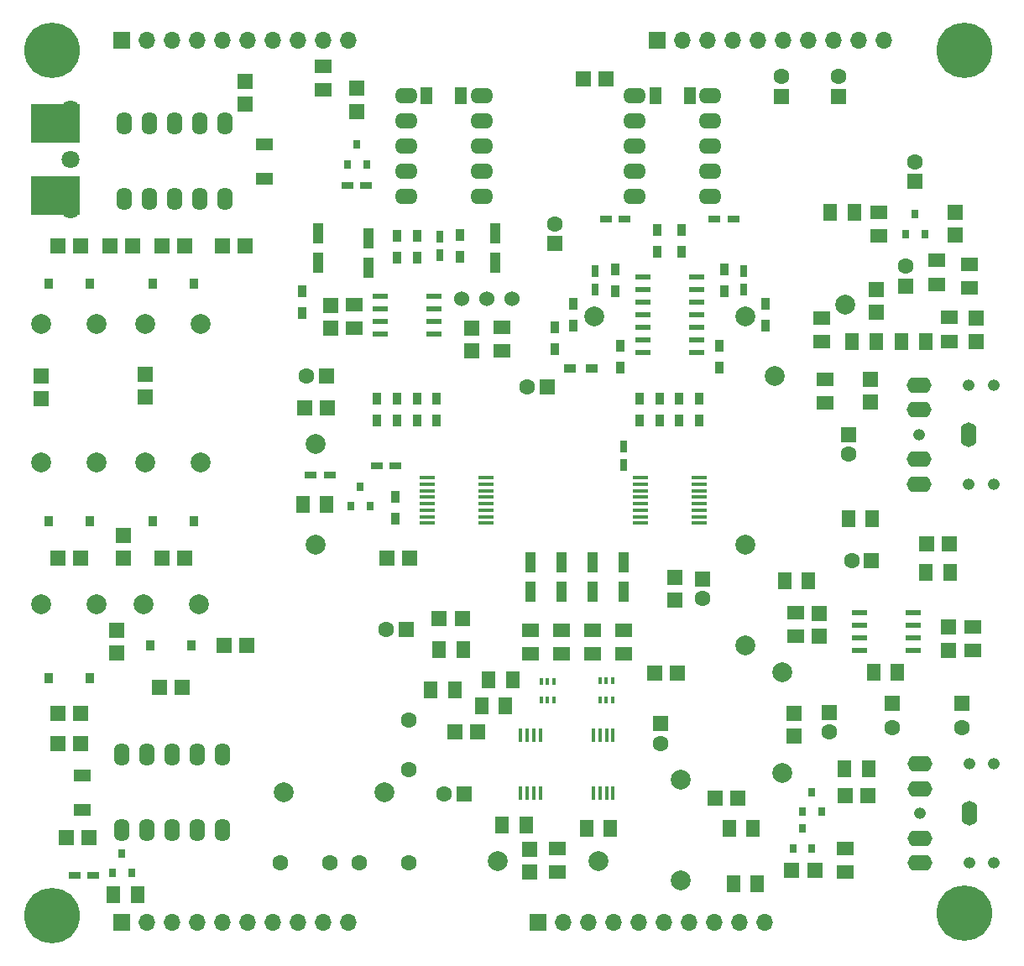
<source format=gts>
G04 #@! TF.FileFunction,Soldermask,Top*
%FSLAX46Y46*%
G04 Gerber Fmt 4.6, Leading zero omitted, Abs format (unit mm)*
G04 Created by KiCad (PCBNEW 4.0.7) date 05/14/20 07:05:34*
%MOMM*%
%LPD*%
G01*
G04 APERTURE LIST*
%ADD10C,0.100000*%
%ADD11C,1.524000*%
%ADD12R,1.700000X1.700000*%
%ADD13O,1.700000X1.700000*%
%ADD14R,1.100000X2.150000*%
%ADD15C,5.600000*%
%ADD16R,1.700000X1.400000*%
%ADD17R,1.600000X1.600000*%
%ADD18C,1.600000*%
%ADD19R,1.400000X1.700000*%
%ADD20R,1.550000X0.600000*%
%ADD21R,1.500000X0.600000*%
%ADD22O,1.600000X2.500000*%
%ADD23O,1.200000X1.200000*%
%ADD24O,2.500000X1.600000*%
%ADD25R,0.800000X0.900000*%
%ADD26C,1.998980*%
%ADD27R,1.500000X0.450000*%
%ADD28R,0.900000X1.200000*%
%ADD29R,0.750000X1.200000*%
%ADD30R,1.200000X0.750000*%
%ADD31R,1.200000X0.900000*%
%ADD32R,0.450000X1.450000*%
%ADD33R,0.400000X0.650000*%
%ADD34R,0.850000X1.000000*%
%ADD35C,1.800000*%
%ADD36R,5.000000X3.960000*%
%ADD37O,2.300000X1.600000*%
%ADD38O,1.600000X2.300000*%
%ADD39R,1.300000X1.700000*%
%ADD40R,1.700000X1.300000*%
G04 APERTURE END LIST*
D10*
D11*
X162814000Y-69088000D03*
X160274000Y-69088000D03*
X165354000Y-69088000D03*
D12*
X168000000Y-132000000D03*
D13*
X170540000Y-132000000D03*
X173080000Y-132000000D03*
X175620000Y-132000000D03*
X178160000Y-132000000D03*
X180700000Y-132000000D03*
X183240000Y-132000000D03*
X185780000Y-132000000D03*
X188320000Y-132000000D03*
X190860000Y-132000000D03*
D14*
X176630000Y-95665000D03*
X176630000Y-98615000D03*
D15*
X211000000Y-44000000D03*
X119000000Y-44000000D03*
X119000000Y-131250000D03*
X211000000Y-131000000D03*
D16*
X146300000Y-48000000D03*
X146300000Y-45600000D03*
D17*
X202100000Y-68150000D03*
X202100000Y-70450000D03*
X201500000Y-79500000D03*
X201500000Y-77200000D03*
X199300000Y-82750000D03*
D18*
X199300000Y-84750000D03*
D17*
X212200000Y-71050000D03*
X212200000Y-73350000D03*
X210050000Y-62650000D03*
X210050000Y-60350000D03*
X206050000Y-57250000D03*
D18*
X206050000Y-55250000D03*
D16*
X197000000Y-79550000D03*
X197000000Y-77150000D03*
X196600000Y-71000000D03*
X196600000Y-73400000D03*
D19*
X199700000Y-73350000D03*
X202100000Y-73350000D03*
X204700000Y-73350000D03*
X207100000Y-73350000D03*
D16*
X209500000Y-73350000D03*
X209500000Y-70950000D03*
X211500000Y-68000000D03*
X211500000Y-65600000D03*
X202400000Y-62700000D03*
X202400000Y-60300000D03*
D19*
X197500000Y-60300000D03*
X199900000Y-60300000D03*
D16*
X208200000Y-65200000D03*
X208200000Y-67600000D03*
D20*
X157480000Y-72605000D03*
X157480000Y-71335000D03*
X157480000Y-70065000D03*
X157480000Y-68795000D03*
X152080000Y-68795000D03*
X152080000Y-70065000D03*
X152080000Y-71335000D03*
X152080000Y-72605000D03*
D16*
X176630000Y-104870000D03*
X176630000Y-102470000D03*
D19*
X157200000Y-108500000D03*
X159600000Y-108500000D03*
D20*
X205850000Y-104505000D03*
X205850000Y-103235000D03*
X205850000Y-101965000D03*
X205850000Y-100695000D03*
X200450000Y-100695000D03*
X200450000Y-101965000D03*
X200450000Y-103235000D03*
X200450000Y-104505000D03*
D21*
X178575000Y-66890000D03*
X178575000Y-68160000D03*
X178575000Y-69430000D03*
X178575000Y-70700000D03*
X178575000Y-71970000D03*
X178575000Y-73240000D03*
X178575000Y-74510000D03*
X183975000Y-74510000D03*
X183975000Y-73240000D03*
X183975000Y-71970000D03*
X183975000Y-70700000D03*
X183975000Y-69430000D03*
X183975000Y-68160000D03*
X183975000Y-66890000D03*
D14*
X167240000Y-95665000D03*
X167240000Y-98615000D03*
X170370000Y-95665000D03*
X170370000Y-98615000D03*
X173500000Y-95665000D03*
X173500000Y-98615000D03*
D17*
X210750000Y-109850000D03*
D18*
X210750000Y-112350000D03*
D17*
X203750000Y-109850000D03*
D18*
X203750000Y-112350000D03*
D22*
X211500000Y-121000000D03*
D23*
X206500000Y-121000000D03*
D24*
X206500000Y-116000000D03*
X206500000Y-118500000D03*
X206500000Y-123500000D03*
X206500000Y-126000000D03*
D23*
X211500000Y-116000000D03*
X211500000Y-126000000D03*
X214000000Y-116000000D03*
X214000000Y-126000000D03*
D22*
X211450000Y-82750000D03*
D23*
X206450000Y-82750000D03*
D24*
X206450000Y-77750000D03*
X206450000Y-80250000D03*
X206450000Y-85250000D03*
X206450000Y-87750000D03*
D23*
X211450000Y-77750000D03*
X211450000Y-87750000D03*
X213950000Y-77750000D03*
X213950000Y-87750000D03*
D12*
X180000000Y-43000000D03*
D13*
X182540000Y-43000000D03*
X185080000Y-43000000D03*
X187620000Y-43000000D03*
X190160000Y-43000000D03*
X192700000Y-43000000D03*
X195240000Y-43000000D03*
X197780000Y-43000000D03*
X200320000Y-43000000D03*
X202860000Y-43000000D03*
D25*
X205100000Y-62550000D03*
X207000000Y-62550000D03*
X206050000Y-60550000D03*
D12*
X126000000Y-132000000D03*
D13*
X128540000Y-132000000D03*
X131080000Y-132000000D03*
X133620000Y-132000000D03*
X136160000Y-132000000D03*
X138700000Y-132000000D03*
X141240000Y-132000000D03*
X143780000Y-132000000D03*
X146320000Y-132000000D03*
X148860000Y-132000000D03*
D17*
X179790000Y-106850000D03*
X182090000Y-106850000D03*
D19*
X162300000Y-110100000D03*
X164700000Y-110100000D03*
D17*
X158050000Y-101350000D03*
X160350000Y-101350000D03*
D26*
X188900000Y-104001260D03*
X188900000Y-93841260D03*
D16*
X170370000Y-104870000D03*
X170370000Y-102470000D03*
X167240000Y-104870000D03*
X167240000Y-102470000D03*
X173500000Y-104870000D03*
X173500000Y-102470000D03*
D19*
X165450000Y-107500000D03*
X163050000Y-107500000D03*
X158050000Y-104450000D03*
X160450000Y-104450000D03*
D27*
X184225000Y-91683000D03*
X184225000Y-91033000D03*
X184225000Y-90383000D03*
X184225000Y-89733000D03*
X184225000Y-89083000D03*
X184225000Y-88433000D03*
X184225000Y-87783000D03*
X184225000Y-87133000D03*
X178325000Y-87133000D03*
X178325000Y-87783000D03*
X178325000Y-88433000D03*
X178325000Y-89083000D03*
X178325000Y-89733000D03*
X178325000Y-90383000D03*
X178325000Y-91033000D03*
X178325000Y-91683000D03*
X162730000Y-91683000D03*
X162730000Y-91033000D03*
X162730000Y-90383000D03*
X162730000Y-89733000D03*
X162730000Y-89083000D03*
X162730000Y-88433000D03*
X162730000Y-87783000D03*
X162730000Y-87133000D03*
X156830000Y-87133000D03*
X156830000Y-87783000D03*
X156830000Y-88433000D03*
X156830000Y-89083000D03*
X156830000Y-89733000D03*
X156830000Y-90383000D03*
X156830000Y-91033000D03*
X156830000Y-91683000D03*
D26*
X174101260Y-125750000D03*
X163941260Y-125750000D03*
D28*
X144200000Y-70500000D03*
X144200000Y-68300000D03*
X160114000Y-62654000D03*
X160114000Y-64854000D03*
X155780000Y-81300000D03*
X155780000Y-79100000D03*
X157780000Y-81300000D03*
X157780000Y-79100000D03*
X155780000Y-62700000D03*
X155780000Y-64900000D03*
D29*
X158110000Y-62790000D03*
X158110000Y-64690000D03*
D14*
X150890000Y-62955000D03*
X150890000Y-65905000D03*
D29*
X188775000Y-66250000D03*
X188775000Y-68150000D03*
X173775000Y-66250000D03*
X173775000Y-68150000D03*
D30*
X185800000Y-61000000D03*
X187700000Y-61000000D03*
X176750000Y-61000000D03*
X174850000Y-61000000D03*
D28*
X153780000Y-62700000D03*
X153780000Y-64900000D03*
X153780000Y-81300000D03*
X153780000Y-79100000D03*
X151780000Y-81300000D03*
X151780000Y-79100000D03*
X182275000Y-81300000D03*
X182275000Y-79100000D03*
X180275000Y-81300000D03*
X180275000Y-79100000D03*
X186275000Y-76000000D03*
X186275000Y-73800000D03*
X176275000Y-76000000D03*
X176275000Y-73800000D03*
X190975000Y-71800000D03*
X190975000Y-69600000D03*
X171575000Y-71800000D03*
X171575000Y-69600000D03*
X178275000Y-81300000D03*
X178275000Y-79100000D03*
X184275000Y-81300000D03*
X184275000Y-79100000D03*
X186775000Y-66100000D03*
X186775000Y-68300000D03*
X175775000Y-66100000D03*
X175775000Y-68300000D03*
X169672000Y-71925000D03*
X169672000Y-74125000D03*
D31*
X171200000Y-76100000D03*
X173400000Y-76100000D03*
D28*
X182475000Y-64300000D03*
X182475000Y-62100000D03*
X180075000Y-64300000D03*
X180075000Y-62100000D03*
D26*
X192675000Y-116901260D03*
X192675000Y-106741260D03*
X199036425Y-69663575D03*
X191852220Y-76847780D03*
X182400000Y-127751260D03*
X182400000Y-117591260D03*
D17*
X172550000Y-46900000D03*
X174850000Y-46900000D03*
D25*
X148800000Y-55500000D03*
X150700000Y-55500000D03*
X149750000Y-53500000D03*
D32*
X166275000Y-118950000D03*
X166925000Y-118950000D03*
X167575000Y-118950000D03*
X168225000Y-118950000D03*
X168225000Y-113050000D03*
X167575000Y-113050000D03*
X166925000Y-113050000D03*
X166275000Y-113050000D03*
X173625000Y-118950000D03*
X174275000Y-118950000D03*
X174925000Y-118950000D03*
X175575000Y-118950000D03*
X175575000Y-113050000D03*
X174925000Y-113050000D03*
X174275000Y-113050000D03*
X173625000Y-113050000D03*
D33*
X169620000Y-107660000D03*
X168320000Y-107660000D03*
X168970000Y-109560000D03*
X168970000Y-107660000D03*
X168320000Y-109560000D03*
X169620000Y-109560000D03*
X175540000Y-107600000D03*
X174240000Y-107600000D03*
X174890000Y-109500000D03*
X174890000Y-107600000D03*
X174240000Y-109500000D03*
X175540000Y-109500000D03*
D14*
X145830000Y-65405000D03*
X145830000Y-62455000D03*
X163730000Y-65405000D03*
X163730000Y-62455000D03*
D26*
X145600000Y-93901260D03*
X145600000Y-83741260D03*
D30*
X147000000Y-86850000D03*
X145100000Y-86850000D03*
X153650000Y-85900000D03*
X151750000Y-85900000D03*
D29*
X176650000Y-85825000D03*
X176650000Y-83925000D03*
D28*
X153650000Y-91250000D03*
X153650000Y-89050000D03*
D25*
X149150000Y-90000000D03*
X151050000Y-90000000D03*
X150100000Y-88000000D03*
D17*
X138450000Y-47100000D03*
X138450000Y-49400000D03*
D26*
X133992000Y-71604000D03*
X128404000Y-71604000D03*
X123492000Y-71604000D03*
X117904000Y-71604000D03*
X133992000Y-85604000D03*
X128404000Y-85604000D03*
X123492000Y-85604000D03*
X117904000Y-85604000D03*
X128258000Y-99896000D03*
X133846000Y-99896000D03*
X123492000Y-99854000D03*
X117904000Y-99854000D03*
D25*
X125100000Y-127000000D03*
X127000000Y-127000000D03*
X126050000Y-125000000D03*
D19*
X125200000Y-129150000D03*
X127600000Y-129150000D03*
D17*
X130100000Y-63750000D03*
X132400000Y-63750000D03*
X138450000Y-63700000D03*
X136150000Y-63700000D03*
X127150000Y-63700000D03*
X124850000Y-63700000D03*
X119600000Y-63750000D03*
X121900000Y-63750000D03*
X130100000Y-95250000D03*
X132400000Y-95250000D03*
X126200000Y-92950000D03*
X126200000Y-95250000D03*
X138650000Y-104000000D03*
X136350000Y-104000000D03*
X119600000Y-95250000D03*
X121900000Y-95250000D03*
X132150000Y-108250000D03*
X129850000Y-108250000D03*
X125476000Y-104782000D03*
X125476000Y-102482000D03*
X119600000Y-110900000D03*
X121900000Y-110900000D03*
X121900000Y-113900000D03*
X119600000Y-113900000D03*
D34*
X122825000Y-67500000D03*
X118675000Y-67500000D03*
X122825000Y-91500000D03*
X118675000Y-91500000D03*
X133325000Y-67500000D03*
X129175000Y-67500000D03*
X133325000Y-91500000D03*
X129175000Y-91500000D03*
X128925000Y-104000000D03*
X133075000Y-104000000D03*
X122825000Y-107300000D03*
X118675000Y-107300000D03*
D35*
X120857000Y-49920000D03*
X120857000Y-60080000D03*
D36*
X119350000Y-58620000D03*
X119350000Y-51380000D03*
D35*
X120857000Y-52460000D03*
X120857000Y-57540000D03*
X120857000Y-55000000D03*
D17*
X205100000Y-67800000D03*
D18*
X205100000Y-65800000D03*
D17*
X154700000Y-102450000D03*
D18*
X152700000Y-102450000D03*
D17*
X180400000Y-111900000D03*
D18*
X180400000Y-113900000D03*
D17*
X209450000Y-102200000D03*
X209450000Y-104500000D03*
X196350000Y-100800000D03*
X196350000Y-103100000D03*
X197400000Y-110775000D03*
D18*
X197400000Y-112775000D03*
D17*
X201650000Y-95500000D03*
D18*
X199650000Y-95500000D03*
D17*
X193850000Y-113200000D03*
X193850000Y-110900000D03*
X209500000Y-93750000D03*
X207200000Y-93750000D03*
D37*
X185400000Y-48600000D03*
X185400000Y-51140000D03*
X185400000Y-53680000D03*
X185400000Y-56220000D03*
X185400000Y-58760000D03*
X177780000Y-58760000D03*
X177780000Y-56220000D03*
X177780000Y-53680000D03*
X177780000Y-51140000D03*
X177780000Y-48600000D03*
D19*
X201700000Y-91250000D03*
X199300000Y-91250000D03*
X195300000Y-97500000D03*
X192900000Y-97500000D03*
D38*
X136400000Y-59000000D03*
X133860000Y-59000000D03*
X131320000Y-59000000D03*
X128780000Y-59000000D03*
X126240000Y-59000000D03*
X126240000Y-51380000D03*
X128780000Y-51380000D03*
X131320000Y-51380000D03*
X133860000Y-51380000D03*
X136400000Y-51380000D03*
D37*
X162300000Y-48600000D03*
X162300000Y-51140000D03*
X162300000Y-53680000D03*
X162300000Y-56220000D03*
X162300000Y-58760000D03*
X154680000Y-58760000D03*
X154680000Y-56220000D03*
X154680000Y-53680000D03*
X154680000Y-51140000D03*
X154680000Y-48600000D03*
D38*
X126050000Y-115050000D03*
X128590000Y-115050000D03*
X131130000Y-115050000D03*
X133670000Y-115050000D03*
X136210000Y-115050000D03*
X136210000Y-122670000D03*
X133670000Y-122670000D03*
X131130000Y-122670000D03*
X128590000Y-122670000D03*
X126050000Y-122670000D03*
D17*
X149750000Y-47850000D03*
X149750000Y-50150000D03*
D39*
X183350000Y-48600000D03*
X179850000Y-48600000D03*
X160250000Y-48600000D03*
X156750000Y-48600000D03*
D30*
X148750000Y-57650000D03*
X150650000Y-57650000D03*
D25*
X193750000Y-124510000D03*
X195650000Y-124510000D03*
X194700000Y-122510000D03*
X194690000Y-120810000D03*
X196590000Y-120810000D03*
X195640000Y-118810000D03*
D17*
X193610000Y-126740000D03*
X195910000Y-126740000D03*
X185850000Y-119400000D03*
X188150000Y-119400000D03*
X201275000Y-119175000D03*
X198975000Y-119175000D03*
D16*
X199020000Y-124510000D03*
X199020000Y-126910000D03*
D19*
X189700000Y-122510000D03*
X187300000Y-122510000D03*
X198950000Y-116450000D03*
X201350000Y-116450000D03*
X190120000Y-128070000D03*
X187720000Y-128070000D03*
X201875000Y-106741260D03*
X204275000Y-106741260D03*
D16*
X211900000Y-104550000D03*
X211900000Y-102150000D03*
X194000000Y-103100000D03*
X194000000Y-100700000D03*
D19*
X207150000Y-96700000D03*
X209550000Y-96700000D03*
D17*
X167132000Y-126880000D03*
X167132000Y-124580000D03*
X159632000Y-112776000D03*
X161932000Y-112776000D03*
D19*
X164408000Y-122174000D03*
X166808000Y-122174000D03*
D16*
X170000000Y-126900000D03*
X170000000Y-124500000D03*
D19*
X172900000Y-122500000D03*
X175300000Y-122500000D03*
D17*
X160550000Y-119050000D03*
D18*
X158550000Y-119050000D03*
D17*
X117856000Y-76828000D03*
X117856000Y-79128000D03*
X128400000Y-76650000D03*
X128400000Y-78950000D03*
X122700000Y-123400000D03*
X120400000Y-123400000D03*
D40*
X140400000Y-56950000D03*
X140400000Y-53450000D03*
X122000000Y-117150000D03*
X122000000Y-120650000D03*
D17*
X184600000Y-97300000D03*
D18*
X184600000Y-99300000D03*
D17*
X152750000Y-95200000D03*
X155050000Y-95200000D03*
X181800000Y-99450000D03*
X181800000Y-97150000D03*
X192600000Y-48650000D03*
D18*
X192600000Y-46650000D03*
D17*
X198300000Y-48650000D03*
D18*
X198300000Y-46650000D03*
D26*
X188900620Y-70850000D03*
X173660620Y-70850000D03*
D17*
X169672000Y-63500000D03*
D18*
X169672000Y-61500000D03*
D17*
X168910000Y-77978000D03*
D18*
X166910000Y-77978000D03*
D30*
X123150000Y-127250000D03*
X121250000Y-127250000D03*
D17*
X144450000Y-80100000D03*
X146750000Y-80100000D03*
X146650000Y-76850000D03*
D18*
X144650000Y-76850000D03*
D19*
X144300000Y-89800000D03*
X146700000Y-89800000D03*
D18*
X154940000Y-116586000D03*
X154940000Y-111586000D03*
D12*
X126000000Y-43000000D03*
D13*
X128540000Y-43000000D03*
X131080000Y-43000000D03*
X133620000Y-43000000D03*
X136160000Y-43000000D03*
X138700000Y-43000000D03*
X141240000Y-43000000D03*
X143780000Y-43000000D03*
X146320000Y-43000000D03*
X148860000Y-43000000D03*
D18*
X141986000Y-125984000D03*
X146986000Y-125984000D03*
D26*
X142318740Y-118872000D03*
X152478740Y-118872000D03*
D18*
X154940000Y-125984000D03*
X149940000Y-125984000D03*
D16*
X164338000Y-71952000D03*
X164338000Y-74352000D03*
D17*
X161290000Y-74302000D03*
X161290000Y-72002000D03*
X147066000Y-72016000D03*
X147066000Y-69716000D03*
D16*
X149446000Y-69666000D03*
X149446000Y-72066000D03*
M02*

</source>
